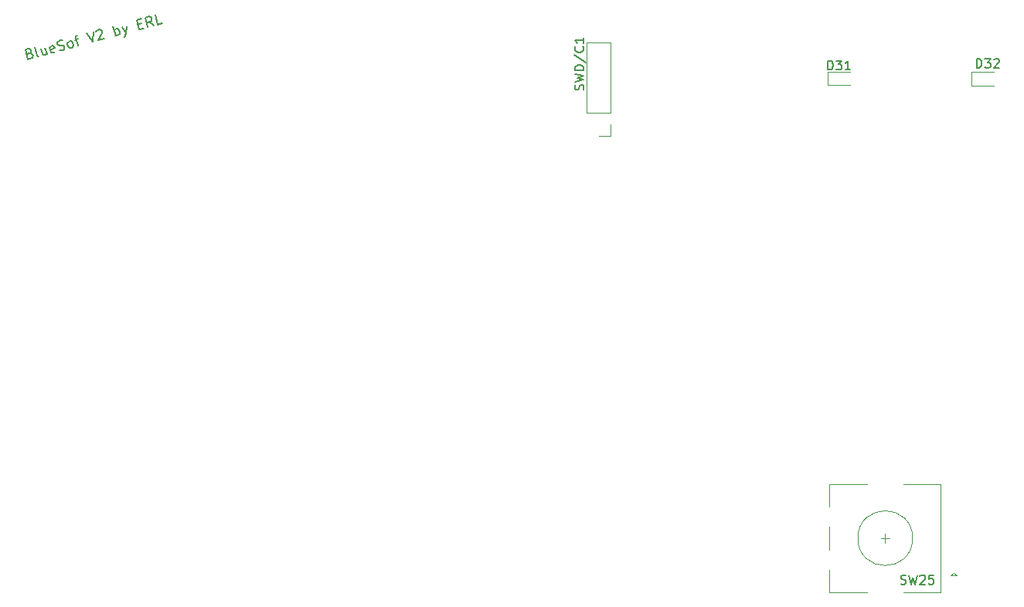
<source format=gto>
G04 #@! TF.GenerationSoftware,KiCad,Pcbnew,(5.99.0-8557-g8988e46ab1)*
G04 #@! TF.CreationDate,2021-01-24T23:58:03-07:00*
G04 #@! TF.ProjectId,BlueSof,426c7565-536f-4662-9e6b-696361645f70,rev?*
G04 #@! TF.SameCoordinates,PX85099e0PY51bada0*
G04 #@! TF.FileFunction,Legend,Top*
G04 #@! TF.FilePolarity,Positive*
%FSLAX46Y46*%
G04 Gerber Fmt 4.6, Leading zero omitted, Abs format (unit mm)*
G04 Created by KiCad (PCBNEW (5.99.0-8557-g8988e46ab1)) date 2021-01-24 23:58:03*
%MOMM*%
%LPD*%
G01*
G04 APERTURE LIST*
%ADD10C,0.200000*%
%ADD11C,0.150000*%
%ADD12C,0.120000*%
G04 APERTURE END LIST*
D10*
X-26144895Y38653643D02*
X-25979549Y38643718D01*
X-25915396Y38606679D01*
X-25837686Y38519044D01*
X-25797014Y38367256D01*
X-25820496Y38252507D01*
X-25857535Y38188353D01*
X-25945170Y38110643D01*
X-26349939Y38002185D01*
X-26634640Y39064704D01*
X-26280467Y39159604D01*
X-26165717Y39136122D01*
X-26101564Y39099083D01*
X-26023854Y39011448D01*
X-25996739Y38910256D01*
X-26020221Y38795507D01*
X-26057260Y38731353D01*
X-26144895Y38653643D01*
X-26499068Y38558743D01*
X-25135632Y38327558D02*
X-25250381Y38351040D01*
X-25328092Y38438675D01*
X-25572121Y39349405D01*
X-24465299Y39266376D02*
X-24275498Y38558030D01*
X-24920664Y39144361D02*
X-24771535Y38587804D01*
X-24693824Y38500169D01*
X-24579075Y38476687D01*
X-24427286Y38517358D01*
X-24339651Y38595069D01*
X-24302612Y38659222D01*
X-23378325Y38852656D02*
X-23465960Y38774945D01*
X-23668345Y38720716D01*
X-23783094Y38744198D01*
X-23860805Y38831833D01*
X-23969262Y39236602D01*
X-23945780Y39351351D01*
X-23858145Y39429062D01*
X-23655761Y39483291D01*
X-23541011Y39459809D01*
X-23463301Y39372174D01*
X-23436187Y39270982D01*
X-23915033Y39034218D01*
X-22922960Y38974670D02*
X-22757615Y38964746D01*
X-22504634Y39032532D01*
X-22416999Y39110242D01*
X-22379960Y39174395D01*
X-22356478Y39289145D01*
X-22383593Y39390337D01*
X-22461303Y39477972D01*
X-22525456Y39515011D01*
X-22640206Y39538493D01*
X-22856148Y39534860D01*
X-22970897Y39558342D01*
X-23035050Y39595381D01*
X-23112761Y39683016D01*
X-23139875Y39784208D01*
X-23116393Y39898957D01*
X-23079354Y39963111D01*
X-22991719Y40040821D01*
X-22738739Y40108607D01*
X-22573393Y40098683D01*
X-21695096Y39249447D02*
X-21809846Y39272928D01*
X-21873999Y39309967D01*
X-21951709Y39397602D01*
X-22033053Y39701179D01*
X-22009571Y39815928D01*
X-21972532Y39880082D01*
X-21884897Y39957792D01*
X-21733108Y39998464D01*
X-21618359Y39974982D01*
X-21554206Y39937943D01*
X-21476495Y39850308D01*
X-21395152Y39546731D01*
X-21418634Y39431982D01*
X-21455673Y39367829D01*
X-21543308Y39290118D01*
X-21695096Y39249447D01*
X-21227147Y40134036D02*
X-20822378Y40242493D01*
X-20885558Y39466362D02*
X-21129588Y40377092D01*
X-21106106Y40491841D01*
X-21018471Y40569552D01*
X-20917279Y40596666D01*
X-19905356Y40867810D02*
X-19266483Y39900192D01*
X-19197011Y41057610D01*
X-18866320Y41037761D02*
X-18829281Y41101915D01*
X-18741646Y41179625D01*
X-18488665Y41247411D01*
X-18373916Y41223929D01*
X-18309762Y41186890D01*
X-18232052Y41099255D01*
X-18204938Y40998063D01*
X-18214862Y40832718D01*
X-18659329Y40062878D01*
X-18001580Y40239121D01*
X-16736677Y40578051D02*
X-17021378Y41640569D01*
X-16912920Y41235801D02*
X-16825285Y41313511D01*
X-16622901Y41367740D01*
X-16508151Y41344258D01*
X-16443998Y41307219D01*
X-16366288Y41219584D01*
X-16284945Y40916007D01*
X-16308426Y40801258D01*
X-16345465Y40737105D01*
X-16433100Y40659394D01*
X-16635485Y40605165D01*
X-16750234Y40628647D01*
X-16066344Y41516869D02*
X-15623562Y40876309D01*
X-15560382Y41652441D02*
X-15623562Y40876309D01*
X-15656969Y40596214D01*
X-15694008Y40532061D01*
X-15781643Y40454350D01*
X-14305404Y41826025D02*
X-13951231Y41920925D01*
X-13650314Y41405040D02*
X-14156275Y41269468D01*
X-14440976Y42331986D01*
X-13935015Y42467558D01*
X-12587796Y41689740D02*
X-13077540Y42100801D01*
X-13194949Y41527054D02*
X-13479650Y42589573D01*
X-13074881Y42698030D01*
X-12960132Y42674548D01*
X-12895978Y42637509D01*
X-12818268Y42549874D01*
X-12777596Y42398086D01*
X-12801078Y42283337D01*
X-12838117Y42219183D01*
X-12925752Y42141473D01*
X-13330521Y42033015D01*
X-11626469Y41947327D02*
X-12132430Y41811755D01*
X-12417131Y42874274D01*
D11*
X34504761Y34642858D02*
X34552380Y34785715D01*
X34552380Y35023810D01*
X34504761Y35119048D01*
X34457142Y35166667D01*
X34361904Y35214286D01*
X34266666Y35214286D01*
X34171428Y35166667D01*
X34123809Y35119048D01*
X34076190Y35023810D01*
X34028571Y34833334D01*
X33980952Y34738096D01*
X33933333Y34690477D01*
X33838095Y34642858D01*
X33742857Y34642858D01*
X33647619Y34690477D01*
X33600000Y34738096D01*
X33552380Y34833334D01*
X33552380Y35071429D01*
X33600000Y35214286D01*
X33552380Y35547620D02*
X34552380Y35785715D01*
X33838095Y35976191D01*
X34552380Y36166667D01*
X33552380Y36404762D01*
X34552380Y36785715D02*
X33552380Y36785715D01*
X33552380Y37023810D01*
X33600000Y37166667D01*
X33695238Y37261905D01*
X33790476Y37309524D01*
X33980952Y37357143D01*
X34123809Y37357143D01*
X34314285Y37309524D01*
X34409523Y37261905D01*
X34504761Y37166667D01*
X34552380Y37023810D01*
X34552380Y36785715D01*
X33504761Y38500000D02*
X34790476Y37642858D01*
X34457142Y39404762D02*
X34504761Y39357143D01*
X34552380Y39214286D01*
X34552380Y39119048D01*
X34504761Y38976191D01*
X34409523Y38880953D01*
X34314285Y38833334D01*
X34123809Y38785715D01*
X33980952Y38785715D01*
X33790476Y38833334D01*
X33695238Y38880953D01*
X33600000Y38976191D01*
X33552380Y39119048D01*
X33552380Y39214286D01*
X33600000Y39357143D01*
X33647619Y39404762D01*
X34552380Y40357143D02*
X34552380Y39785715D01*
X34552380Y40071429D02*
X33552380Y40071429D01*
X33695238Y39976191D01*
X33790476Y39880953D01*
X33838095Y39785715D01*
X77585714Y37047620D02*
X77585714Y38047620D01*
X77823809Y38047620D01*
X77966666Y38000000D01*
X78061904Y37904762D01*
X78109523Y37809524D01*
X78157142Y37619048D01*
X78157142Y37476191D01*
X78109523Y37285715D01*
X78061904Y37190477D01*
X77966666Y37095239D01*
X77823809Y37047620D01*
X77585714Y37047620D01*
X78490476Y38047620D02*
X79109523Y38047620D01*
X78776190Y37666667D01*
X78919047Y37666667D01*
X79014285Y37619048D01*
X79061904Y37571429D01*
X79109523Y37476191D01*
X79109523Y37238096D01*
X79061904Y37142858D01*
X79014285Y37095239D01*
X78919047Y37047620D01*
X78633333Y37047620D01*
X78538095Y37095239D01*
X78490476Y37142858D01*
X79490476Y37952381D02*
X79538095Y38000000D01*
X79633333Y38047620D01*
X79871428Y38047620D01*
X79966666Y38000000D01*
X80014285Y37952381D01*
X80061904Y37857143D01*
X80061904Y37761905D01*
X80014285Y37619048D01*
X79442857Y37047620D01*
X80061904Y37047620D01*
X61285714Y36847620D02*
X61285714Y37847620D01*
X61523809Y37847620D01*
X61666666Y37800000D01*
X61761904Y37704762D01*
X61809523Y37609524D01*
X61857142Y37419048D01*
X61857142Y37276191D01*
X61809523Y37085715D01*
X61761904Y36990477D01*
X61666666Y36895239D01*
X61523809Y36847620D01*
X61285714Y36847620D01*
X62190476Y37847620D02*
X62809523Y37847620D01*
X62476190Y37466667D01*
X62619047Y37466667D01*
X62714285Y37419048D01*
X62761904Y37371429D01*
X62809523Y37276191D01*
X62809523Y37038096D01*
X62761904Y36942858D01*
X62714285Y36895239D01*
X62619047Y36847620D01*
X62333333Y36847620D01*
X62238095Y36895239D01*
X62190476Y36942858D01*
X63761904Y36847620D02*
X63190476Y36847620D01*
X63476190Y36847620D02*
X63476190Y37847620D01*
X63380952Y37704762D01*
X63285714Y37609524D01*
X63190476Y37561905D01*
X69290476Y-19504761D02*
X69433333Y-19552380D01*
X69671428Y-19552380D01*
X69766666Y-19504761D01*
X69814285Y-19457142D01*
X69861904Y-19361904D01*
X69861904Y-19266666D01*
X69814285Y-19171428D01*
X69766666Y-19123809D01*
X69671428Y-19076190D01*
X69480952Y-19028571D01*
X69385714Y-18980952D01*
X69338095Y-18933333D01*
X69290476Y-18838095D01*
X69290476Y-18742857D01*
X69338095Y-18647619D01*
X69385714Y-18600000D01*
X69480952Y-18552380D01*
X69719047Y-18552380D01*
X69861904Y-18600000D01*
X70195238Y-18552380D02*
X70433333Y-19552380D01*
X70623809Y-18838095D01*
X70814285Y-19552380D01*
X71052380Y-18552380D01*
X71385714Y-18647619D02*
X71433333Y-18600000D01*
X71528571Y-18552380D01*
X71766666Y-18552380D01*
X71861904Y-18600000D01*
X71909523Y-18647619D01*
X71957142Y-18742857D01*
X71957142Y-18838095D01*
X71909523Y-18980952D01*
X71338095Y-19552380D01*
X71957142Y-19552380D01*
X72861904Y-18552380D02*
X72385714Y-18552380D01*
X72338095Y-19028571D01*
X72385714Y-18980952D01*
X72480952Y-18933333D01*
X72719047Y-18933333D01*
X72814285Y-18980952D01*
X72861904Y-19028571D01*
X72909523Y-19123809D01*
X72909523Y-19361904D01*
X72861904Y-19457142D01*
X72814285Y-19504761D01*
X72719047Y-19552380D01*
X72480952Y-19552380D01*
X72385714Y-19504761D01*
X72338095Y-19457142D01*
D12*
X34843000Y32170000D02*
X34843000Y39850000D01*
X37503000Y30900000D02*
X37503000Y29570000D01*
X37503000Y29570000D02*
X36173000Y29570000D01*
X37503000Y32170000D02*
X37503000Y39850000D01*
X37503000Y39850000D02*
X34843000Y39850000D01*
X37503000Y32170000D02*
X34843000Y32170000D01*
X76988000Y36610000D02*
X76988000Y35140000D01*
X79448000Y36610000D02*
X76988000Y36610000D01*
X76988000Y35140000D02*
X79448000Y35140000D01*
X63748000Y36635000D02*
X61288000Y36635000D01*
X61288000Y35165000D02*
X63748000Y35165000D01*
X61288000Y36635000D02*
X61288000Y35165000D01*
X73673000Y-20400000D02*
X73673000Y-8600000D01*
X74773000Y-18600000D02*
X75073000Y-18300000D01*
X61473000Y-20400000D02*
X61473000Y-18000000D01*
X68073000Y-14500000D02*
X67073000Y-14500000D01*
X75373000Y-18600000D02*
X74773000Y-18600000D01*
X69573000Y-8600000D02*
X73673000Y-8600000D01*
X65573000Y-20400000D02*
X61473000Y-20400000D01*
X75073000Y-18300000D02*
X75373000Y-18600000D01*
X61473000Y-11000000D02*
X61473000Y-8600000D01*
X67573000Y-15000000D02*
X67573000Y-14000000D01*
X61473000Y-8600000D02*
X65573000Y-8600000D01*
X61473000Y-15800000D02*
X61473000Y-13200000D01*
X69573000Y-20400000D02*
X73673000Y-20400000D01*
X70573000Y-14500000D02*
G75*
G03*
X70573000Y-14500000I-3000000J0D01*
G01*
M02*

</source>
